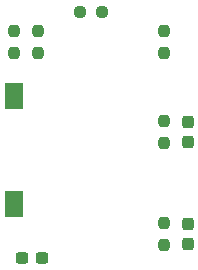
<source format=gtp>
G04 #@! TF.GenerationSoftware,KiCad,Pcbnew,7.0.9-7.0.9~ubuntu20.04.1*
G04 #@! TF.CreationDate,2023-12-02T17:13:26+01:00*
G04 #@! TF.ProjectId,kicad-pmod_usb,6b696361-642d-4706-9d6f-645f7573622e,1.0*
G04 #@! TF.SameCoordinates,Original*
G04 #@! TF.FileFunction,Paste,Top*
G04 #@! TF.FilePolarity,Positive*
%FSLAX46Y46*%
G04 Gerber Fmt 4.6, Leading zero omitted, Abs format (unit mm)*
G04 Created by KiCad (PCBNEW 7.0.9-7.0.9~ubuntu20.04.1) date 2023-12-02 17:13:26*
%MOMM*%
%LPD*%
G01*
G04 APERTURE LIST*
G04 Aperture macros list*
%AMRoundRect*
0 Rectangle with rounded corners*
0 $1 Rounding radius*
0 $2 $3 $4 $5 $6 $7 $8 $9 X,Y pos of 4 corners*
0 Add a 4 corners polygon primitive as box body*
4,1,4,$2,$3,$4,$5,$6,$7,$8,$9,$2,$3,0*
0 Add four circle primitives for the rounded corners*
1,1,$1+$1,$2,$3*
1,1,$1+$1,$4,$5*
1,1,$1+$1,$6,$7*
1,1,$1+$1,$8,$9*
0 Add four rect primitives between the rounded corners*
20,1,$1+$1,$2,$3,$4,$5,0*
20,1,$1+$1,$4,$5,$6,$7,0*
20,1,$1+$1,$6,$7,$8,$9,0*
20,1,$1+$1,$8,$9,$2,$3,0*%
G04 Aperture macros list end*
%ADD10RoundRect,0.237500X-0.237500X0.250000X-0.237500X-0.250000X0.237500X-0.250000X0.237500X0.250000X0*%
%ADD11RoundRect,0.237500X0.237500X-0.287500X0.237500X0.287500X-0.237500X0.287500X-0.237500X-0.287500X0*%
%ADD12RoundRect,0.237500X0.300000X0.237500X-0.300000X0.237500X-0.300000X-0.237500X0.300000X-0.237500X0*%
%ADD13R,1.600000X2.180000*%
%ADD14RoundRect,0.237500X0.237500X-0.250000X0.237500X0.250000X-0.237500X0.250000X-0.237500X-0.250000X0*%
%ADD15RoundRect,0.237500X0.250000X0.237500X-0.250000X0.237500X-0.250000X-0.237500X0.250000X-0.237500X0*%
G04 APERTURE END LIST*
D10*
X122682000Y-86400000D03*
X122682000Y-88225000D03*
D11*
X124714000Y-88187500D03*
X124714000Y-86437500D03*
D10*
X122682000Y-70144000D03*
X122682000Y-71969000D03*
X109982000Y-70144000D03*
X109982000Y-71969000D03*
D11*
X124714000Y-77801500D03*
X124714000Y-79551500D03*
D12*
X112368500Y-89344500D03*
X110643500Y-89344500D03*
D10*
X112014000Y-70144000D03*
X112014000Y-71969000D03*
D13*
X109982000Y-84790500D03*
X109982000Y-75610500D03*
D14*
X122682000Y-79589000D03*
X122682000Y-77764000D03*
D15*
X117395000Y-68516500D03*
X115570000Y-68516500D03*
M02*

</source>
